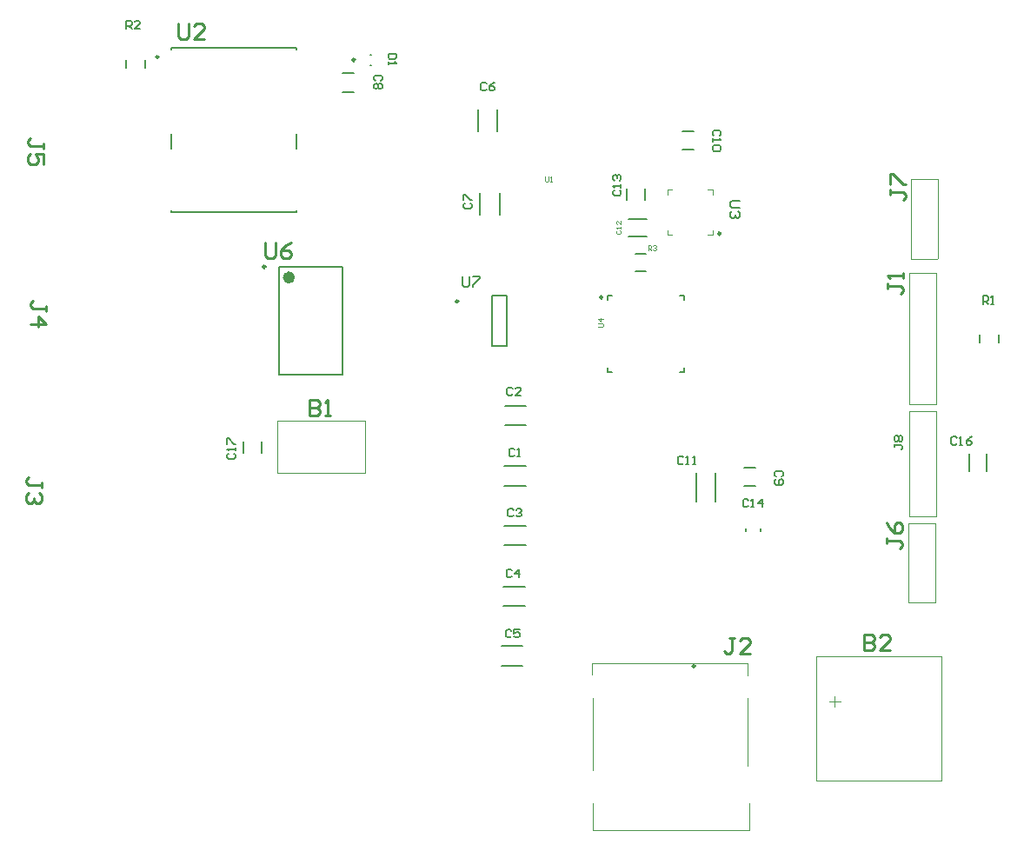
<source format=gbr>
%TF.GenerationSoftware,Altium Limited,Altium Designer,25.8.1 (18)*%
G04 Layer_Color=65535*
%FSLAX45Y45*%
%MOMM*%
%TF.SameCoordinates,56FEC790-4A4F-4F9A-8951-50DBF4044865*%
%TF.FilePolarity,Positive*%
%TF.FileFunction,Legend,Top*%
%TF.Part,Single*%
G01*
G75*
%TA.AperFunction,NonConductor*%
%ADD40C,0.25400*%
%ADD58C,0.25000*%
%ADD59C,0.60000*%
%ADD60C,0.10000*%
%ADD61C,0.20000*%
%ADD62C,0.18000*%
%ADD63C,0.15000*%
D40*
X10899608Y4658675D02*
X10848825D01*
X10874217D01*
Y4531717D01*
X10848825Y4506325D01*
X10823433D01*
X10798041Y4531717D01*
X11051959Y4506325D02*
X10950392D01*
X11051959Y4607892D01*
Y4633284D01*
X11026567Y4658675D01*
X10975784D01*
X10950392Y4633284D01*
X6333041Y8508675D02*
Y8381717D01*
X6358433Y8356325D01*
X6409217D01*
X6434608Y8381717D01*
Y8508675D01*
X6586959D02*
X6536175Y8483284D01*
X6485392Y8432500D01*
Y8381717D01*
X6510784Y8356325D01*
X6561567D01*
X6586959Y8381717D01*
Y8407108D01*
X6561567Y8432500D01*
X6485392D01*
X5483041Y10646176D02*
Y10519217D01*
X5508433Y10493825D01*
X5559217D01*
X5584609Y10519217D01*
Y10646176D01*
X5736959Y10493825D02*
X5635392D01*
X5736959Y10595392D01*
Y10620784D01*
X5711567Y10646176D01*
X5660784D01*
X5635392Y10620784D01*
X12416325Y9029608D02*
Y8978825D01*
Y9004216D01*
X12543284D01*
X12568675Y8978825D01*
Y8953433D01*
X12543284Y8928041D01*
X12416325Y9080392D02*
Y9181959D01*
X12441717D01*
X12543284Y9080392D01*
X12568675D01*
X12386324Y5634608D02*
Y5583824D01*
Y5609216D01*
X12513283D01*
X12538675Y5583824D01*
Y5558433D01*
X12513283Y5533041D01*
X12386324Y5786959D02*
X12411716Y5736175D01*
X12462500Y5685392D01*
X12513283D01*
X12538675Y5710784D01*
Y5761567D01*
X12513283Y5786959D01*
X12487892D01*
X12462500Y5761567D01*
Y5685392D01*
X4173675Y9425392D02*
Y9476175D01*
Y9450783D01*
X4046717D01*
X4021325Y9476175D01*
Y9501567D01*
X4046717Y9526959D01*
X4173675Y9273041D02*
Y9374608D01*
X4097500D01*
X4122892Y9323825D01*
Y9298433D01*
X4097500Y9273041D01*
X4046717D01*
X4021325Y9298433D01*
Y9349216D01*
X4046717Y9374608D01*
X4198675Y7847891D02*
Y7898675D01*
Y7873283D01*
X4071717D01*
X4046325Y7898675D01*
Y7924067D01*
X4071717Y7949459D01*
X4046325Y7720932D02*
X4198675D01*
X4122500Y7797108D01*
Y7695541D01*
X4151175Y6125392D02*
Y6176175D01*
Y6150783D01*
X4024216D01*
X3998825Y6176175D01*
Y6201567D01*
X4024216Y6226959D01*
X4125783Y6074608D02*
X4151175Y6049216D01*
Y5998433D01*
X4125783Y5973041D01*
X4100392D01*
X4075000Y5998433D01*
Y6023825D01*
Y5998433D01*
X4049608Y5973041D01*
X4024216D01*
X3998825Y5998433D01*
Y6049216D01*
X4024216Y6074608D01*
X12391324Y8112500D02*
Y8061716D01*
Y8087108D01*
X12518283D01*
X12543675Y8061716D01*
Y8036325D01*
X12518283Y8010933D01*
X12543675Y8163283D02*
Y8214067D01*
Y8188675D01*
X12391324D01*
X12416716Y8163283D01*
X12163041Y4693675D02*
Y4541325D01*
X12239217D01*
X12264608Y4566717D01*
Y4592108D01*
X12239217Y4617500D01*
X12163041D01*
X12239217D01*
X12264608Y4642892D01*
Y4668284D01*
X12239217Y4693675D01*
X12163041D01*
X12416959Y4541325D02*
X12315392D01*
X12416959Y4642892D01*
Y4668284D01*
X12391567Y4693675D01*
X12340784D01*
X12315392Y4668284D01*
X6765933Y6983675D02*
Y6831325D01*
X6842108D01*
X6867500Y6856717D01*
Y6882108D01*
X6842108Y6907500D01*
X6765933D01*
X6842108D01*
X6867500Y6932892D01*
Y6958284D01*
X6842108Y6983675D01*
X6765933D01*
X6918284Y6831325D02*
X6969067D01*
X6943676D01*
Y6983675D01*
X6918284Y6958284D01*
D58*
X10767500Y8600000D02*
G03*
X10767500Y8600000I-12500J0D01*
G01*
X9617500Y7980000D02*
G03*
X9617500Y7980000I-12500J0D01*
G01*
X10517100Y4388325D02*
G03*
X10517100Y4388325I-12500J0D01*
G01*
X8211894Y7940500D02*
G03*
X8211894Y7940500I-12500J0D01*
G01*
X6335000Y8277000D02*
G03*
X6335000Y8277000I-12500J0D01*
G01*
X7205000Y10292500D02*
G03*
X7205000Y10292500I-12500J0D01*
G01*
X5293200Y10321201D02*
G03*
X5293200Y10321201I-12500J0D01*
G01*
D59*
X6592500Y8172500D02*
G03*
X6592500Y8172500I-30000J0D01*
G01*
D60*
X10642500Y9025000D02*
X10690000D01*
Y8977500D02*
Y9025000D01*
X10250000D02*
X10297500D01*
X10250000Y8977500D02*
Y9025000D01*
Y8585000D02*
Y8632500D01*
Y8585000D02*
X10297500D01*
X10642500D02*
X10690000D01*
Y8632500D01*
X11043700Y2788550D02*
Y3050825D01*
X9520450Y2788550D02*
Y3050825D01*
Y2788550D02*
X11043700D01*
X9523700Y3373300D02*
Y4073300D01*
X9513700Y4303300D02*
Y4413300D01*
X11033700D01*
Y3413300D02*
Y4073300D01*
Y4293300D02*
Y4413300D01*
X12880385Y8357546D02*
Y9132546D01*
X12622885D02*
X12880385D01*
X12622885Y8355046D02*
Y9132546D01*
Y8355046D02*
X12877885D01*
X12880385Y8357546D01*
X7302500Y6265000D02*
Y6777500D01*
X6452500Y6265000D02*
X7302500D01*
X6452500D02*
Y6780000D01*
X7300000D01*
X11702500Y3275000D02*
X11707500Y3270000D01*
X11702500Y3275000D02*
Y4485000D01*
X12914999D01*
Y3270000D02*
Y4485000D01*
X11707500Y3270000D02*
X12914999D01*
X11827500Y4045000D02*
X11935000D01*
X11880000Y3995000D02*
Y4092500D01*
X12857500Y5006000D02*
Y5781000D01*
X12600000D02*
X12857500D01*
X12600000Y5003500D02*
Y5781000D01*
Y5003500D02*
X12855000D01*
X12857500Y5006000D01*
X12863792Y6937357D02*
Y8212357D01*
X12606293Y6937357D02*
X12863792D01*
X12606293D02*
Y8212357D01*
X12863792D01*
X12607500Y5845500D02*
X12867500D01*
Y6870500D01*
X12607500D02*
X12867500D01*
X12607500Y5845500D02*
Y6870500D01*
X9575008Y7693347D02*
X9616661D01*
X9624992Y7701678D01*
Y7718339D01*
X9616661Y7726670D01*
X9575008D01*
X9624992Y7768323D02*
X9575008D01*
X9600000Y7743331D01*
Y7776653D01*
X9054178Y9154992D02*
Y9113339D01*
X9062508Y9105008D01*
X9079170D01*
X9087500Y9113339D01*
Y9154992D01*
X9104161Y9105008D02*
X9120822D01*
X9112492D01*
Y9154992D01*
X9104161Y9146661D01*
X10060847Y8435008D02*
Y8484992D01*
X10085839D01*
X10094170Y8476661D01*
Y8460000D01*
X10085839Y8451669D01*
X10060847D01*
X10077508D02*
X10094170Y8435008D01*
X10110831Y8476661D02*
X10119161Y8484992D01*
X10135823D01*
X10144153Y8476661D01*
Y8468331D01*
X10135823Y8460000D01*
X10127492D01*
X10135823D01*
X10144153Y8451669D01*
Y8443339D01*
X10135823Y8435008D01*
X10119161D01*
X10110831Y8443339D01*
X9755838Y8630843D02*
X9747508Y8622512D01*
Y8605851D01*
X9755838Y8597521D01*
X9789161D01*
X9797491Y8605851D01*
Y8622512D01*
X9789161Y8630843D01*
X9797491Y8647504D02*
Y8664165D01*
Y8655835D01*
X9747508D01*
X9755838Y8647504D01*
X9797491Y8722480D02*
Y8689157D01*
X9764169Y8722480D01*
X9755838D01*
X9747508Y8714149D01*
Y8697488D01*
X9755838Y8689157D01*
D61*
X9670000Y7255000D02*
X9712501D01*
X9670000D02*
Y7297500D01*
X10367500Y7255000D02*
X10410001D01*
Y7297500D01*
Y7952500D02*
Y7995000D01*
X10367500D02*
X10410001D01*
X9670000D02*
X9712501D01*
X9670000Y7952500D02*
Y7995000D01*
X9937695Y8235000D02*
X10042306D01*
X9937695Y8405000D02*
X10042306D01*
X9871967Y8742800D02*
X10046967D01*
X9872500Y8572500D02*
X10047500D01*
X10531893Y5989393D02*
Y6270606D01*
X10713107Y5989393D02*
Y6270606D01*
X8537101Y7505000D02*
Y7995000D01*
Y7505000D02*
X8682900D01*
Y7995000D01*
X8537101D02*
X8682900D01*
X6462500Y7222500D02*
Y8272500D01*
X7082500Y7222500D02*
Y8272500D01*
X6462500D02*
X7082500D01*
X6462500Y7222500D02*
X7082500D01*
X10995000Y6142500D02*
X11105000D01*
X10995000Y6322500D02*
X11105000D01*
X5162911Y10212627D02*
Y10287374D01*
X4977089Y10212627D02*
Y10287374D01*
X7357500Y10337500D02*
X7362500D01*
X7357500Y10242500D02*
X7362500D01*
X10392500Y9600000D02*
X10502500D01*
X10392500Y9420000D02*
X10502500D01*
X8595310Y9595311D02*
Y9804690D01*
X8404690Y9595311D02*
Y9804690D01*
X6297500Y6460000D02*
Y6570000D01*
X6117500Y6460000D02*
Y6570000D01*
X11012500Y5702500D02*
Y5727500D01*
X11157500Y5702500D02*
Y5727500D01*
X9850000Y8925000D02*
Y9035000D01*
X10030000Y8925000D02*
Y9035000D01*
X13472911Y7542627D02*
Y7617374D01*
X13287090Y7542627D02*
Y7617374D01*
X13185001Y6282500D02*
Y6457500D01*
X13355299Y6283033D02*
Y6458034D01*
X8615310Y8785310D02*
Y8994690D01*
X8424690Y8785310D02*
Y8994690D01*
X5420000Y9430000D02*
Y9570000D01*
X6640000Y9430000D02*
Y9570000D01*
X6640000Y8810001D02*
Y8830001D01*
X5420000Y8810001D02*
Y8830001D01*
Y8810001D02*
X6640000D01*
Y10390000D02*
Y10410001D01*
X5420000D02*
X6640000D01*
X5420000Y10390000D02*
Y10410001D01*
X7085000Y10160001D02*
X7195000D01*
X7085000Y9980000D02*
X7195000D01*
X8631374Y4392694D02*
X8840754D01*
X8631374Y4583314D02*
X8840754D01*
X8663874Y6732694D02*
X8873254D01*
X8663874Y6923314D02*
X8873254D01*
X8661374Y6142694D02*
X8870754D01*
X8661374Y6333314D02*
X8870754D01*
X8661374Y5562694D02*
X8870754D01*
X8661374Y5753314D02*
X8870754D01*
X8651374Y4972694D02*
X8860754D01*
X8651374Y5163314D02*
X8860754D01*
X10957484Y8918306D02*
X10874177D01*
X10857516Y8901645D01*
Y8868322D01*
X10874177Y8851661D01*
X10957484D01*
X10940822Y8818338D02*
X10957484Y8801677D01*
Y8768355D01*
X10940822Y8751693D01*
X10924161D01*
X10907500Y8768355D01*
Y8785016D01*
Y8768355D01*
X10890838Y8751693D01*
X10874177D01*
X10857516Y8768355D01*
Y8801677D01*
X10874177Y8818338D01*
D62*
X8254194Y8184984D02*
Y8101677D01*
X8270855Y8085016D01*
X8304177D01*
X8320839Y8101677D01*
Y8184984D01*
X8354161D02*
X8420806D01*
Y8168322D01*
X8354161Y8101677D01*
Y8085016D01*
D63*
X4978355Y10595013D02*
Y10674987D01*
X5018342D01*
X5031671Y10661658D01*
Y10635000D01*
X5018342Y10621671D01*
X4978355D01*
X5005013D02*
X5031671Y10595013D01*
X5111645D02*
X5058329D01*
X5111645Y10648329D01*
Y10661658D01*
X5098316Y10674987D01*
X5071658D01*
X5058329Y10661658D01*
X13321684Y7912513D02*
Y7992487D01*
X13361671D01*
X13375000Y7979158D01*
Y7952500D01*
X13361671Y7939171D01*
X13321684D01*
X13348341D02*
X13375000Y7912513D01*
X13401659D02*
X13428316D01*
X13414987D01*
Y7992487D01*
X13401659Y7979158D01*
X12460013Y6549171D02*
Y6522513D01*
Y6535842D01*
X12526658D01*
X12539987Y6522513D01*
Y6509184D01*
X12526658Y6495855D01*
X12473342Y6575829D02*
X12460013Y6589158D01*
Y6615816D01*
X12473342Y6629145D01*
X12486671D01*
X12500000Y6615816D01*
X12513329Y6629145D01*
X12526658D01*
X12539987Y6615816D01*
Y6589158D01*
X12526658Y6575829D01*
X12513329D01*
X12500000Y6589158D01*
X12486671Y6575829D01*
X12473342D01*
X12500000Y6589158D02*
Y6615816D01*
X7609987Y10353316D02*
X7530013D01*
Y10313329D01*
X7543342Y10300000D01*
X7596658D01*
X7609987Y10313329D01*
Y10353316D01*
X7530013Y10273342D02*
Y10246684D01*
Y10260013D01*
X7609987D01*
X7596658Y10273342D01*
X5973341Y6458349D02*
X5960012Y6445020D01*
Y6418362D01*
X5973341Y6405032D01*
X6026657D01*
X6039987Y6418362D01*
Y6445020D01*
X6026657Y6458349D01*
X6039987Y6485007D02*
Y6511665D01*
Y6498336D01*
X5960012D01*
X5973341Y6485007D01*
X5960012Y6551652D02*
Y6604968D01*
X5973341D01*
X6026657Y6551652D01*
X6039987D01*
X13068349Y6609158D02*
X13055019Y6622487D01*
X13028362D01*
X13015031Y6609158D01*
Y6555842D01*
X13028362Y6542513D01*
X13055019D01*
X13068349Y6555842D01*
X13095006Y6542513D02*
X13121664D01*
X13108334D01*
Y6622487D01*
X13095006Y6609158D01*
X13214967Y6622487D02*
X13188310Y6609158D01*
X13161652Y6582500D01*
Y6555842D01*
X13174982Y6542513D01*
X13201639D01*
X13214967Y6555842D01*
Y6569171D01*
X13201639Y6582500D01*
X13161652D01*
X11038348Y6001658D02*
X11025019Y6014987D01*
X10998361D01*
X10985032Y6001658D01*
Y5948342D01*
X10998361Y5935013D01*
X11025019D01*
X11038348Y5948342D01*
X11065006Y5935013D02*
X11091664D01*
X11078335D01*
Y6014987D01*
X11065006Y6001658D01*
X11171639Y5935013D02*
Y6014987D01*
X11131652Y5975000D01*
X11184968D01*
X9730842Y9023348D02*
X9717513Y9010019D01*
Y8983361D01*
X9730842Y8970032D01*
X9784158D01*
X9797487Y8983361D01*
Y9010019D01*
X9784158Y9023348D01*
X9797487Y9050006D02*
Y9076664D01*
Y9063335D01*
X9717513D01*
X9730842Y9050006D01*
Y9116652D02*
X9717513Y9129981D01*
Y9156639D01*
X9730842Y9169968D01*
X9744171D01*
X9757500Y9156639D01*
Y9143310D01*
Y9156639D01*
X9770829Y9169968D01*
X9784158D01*
X9797487Y9156639D01*
Y9129981D01*
X9784158Y9116652D01*
X10404178Y6419158D02*
X10390849Y6432487D01*
X10364191D01*
X10350861Y6419158D01*
Y6365842D01*
X10364191Y6352513D01*
X10390849D01*
X10404178Y6365842D01*
X10430836Y6352513D02*
X10457494D01*
X10444165D01*
Y6432487D01*
X10430836Y6419158D01*
X10497481Y6352513D02*
X10524139D01*
X10510810D01*
Y6432487D01*
X10497481Y6419158D01*
X10756658Y9551651D02*
X10769987Y9564980D01*
Y9591638D01*
X10756658Y9604968D01*
X10703342D01*
X10690013Y9591638D01*
Y9564980D01*
X10703342Y9551651D01*
X10690013Y9524993D02*
Y9498335D01*
Y9511664D01*
X10769987D01*
X10756658Y9524993D01*
Y9458348D02*
X10769987Y9445019D01*
Y9418361D01*
X10756658Y9405032D01*
X10703342D01*
X10690013Y9418361D01*
Y9445019D01*
X10703342Y9458348D01*
X10756658D01*
X11361658Y6233329D02*
X11374987Y6246658D01*
Y6273316D01*
X11361658Y6286645D01*
X11308342D01*
X11295013Y6273316D01*
Y6246658D01*
X11308342Y6233329D01*
Y6206671D02*
X11295013Y6193342D01*
Y6166684D01*
X11308342Y6153355D01*
X11361658D01*
X11374987Y6166684D01*
Y6193342D01*
X11361658Y6206671D01*
X11348329D01*
X11335000Y6193342D01*
Y6153355D01*
X7456658Y10088329D02*
X7469987Y10101658D01*
Y10128316D01*
X7456658Y10141645D01*
X7403342D01*
X7390013Y10128316D01*
Y10101658D01*
X7403342Y10088329D01*
X7456658Y10061671D02*
X7469987Y10048342D01*
Y10021684D01*
X7456658Y10008355D01*
X7443329D01*
X7430000Y10021684D01*
X7416671Y10008355D01*
X7403342D01*
X7390013Y10021684D01*
Y10048342D01*
X7403342Y10061671D01*
X7416671D01*
X7430000Y10048342D01*
X7443329Y10061671D01*
X7456658D01*
X7430000Y10048342D02*
Y10021684D01*
X8278342Y8896671D02*
X8265013Y8883342D01*
Y8856684D01*
X8278342Y8843355D01*
X8331658D01*
X8344987Y8856684D01*
Y8883342D01*
X8331658Y8896671D01*
X8265013Y8923329D02*
Y8976645D01*
X8278342D01*
X8331658Y8923329D01*
X8344987D01*
X8486671Y10059158D02*
X8473342Y10072487D01*
X8446684D01*
X8433355Y10059158D01*
Y10005842D01*
X8446684Y9992513D01*
X8473342D01*
X8486671Y10005842D01*
X8566645Y10072487D02*
X8539987Y10059158D01*
X8513329Y10032500D01*
Y10005842D01*
X8526658Y9992513D01*
X8553316D01*
X8566645Y10005842D01*
Y10019171D01*
X8553316Y10032500D01*
X8513329D01*
X8729171Y4731658D02*
X8715842Y4744987D01*
X8689184D01*
X8675855Y4731658D01*
Y4678342D01*
X8689184Y4665013D01*
X8715842D01*
X8729171Y4678342D01*
X8809145Y4744987D02*
X8755829D01*
Y4705000D01*
X8782487Y4718329D01*
X8795816D01*
X8809145Y4705000D01*
Y4678342D01*
X8795816Y4665013D01*
X8769158D01*
X8755829Y4678342D01*
X8734171Y5316658D02*
X8720842Y5329987D01*
X8694184D01*
X8680855Y5316658D01*
Y5263342D01*
X8694184Y5250013D01*
X8720842D01*
X8734171Y5263342D01*
X8800816Y5250013D02*
Y5329987D01*
X8760829Y5290000D01*
X8814145D01*
X8749171Y5909158D02*
X8735842Y5922487D01*
X8709184D01*
X8695855Y5909158D01*
Y5855842D01*
X8709184Y5842513D01*
X8735842D01*
X8749171Y5855842D01*
X8775829Y5909158D02*
X8789158Y5922487D01*
X8815816D01*
X8829145Y5909158D01*
Y5895829D01*
X8815816Y5882500D01*
X8802487D01*
X8815816D01*
X8829145Y5869171D01*
Y5855842D01*
X8815816Y5842513D01*
X8789158D01*
X8775829Y5855842D01*
X8741671Y7089158D02*
X8728342Y7102487D01*
X8701684D01*
X8688355Y7089158D01*
Y7035842D01*
X8701684Y7022513D01*
X8728342D01*
X8741671Y7035842D01*
X8821645Y7022513D02*
X8768329D01*
X8821645Y7075829D01*
Y7089158D01*
X8808316Y7102487D01*
X8781658D01*
X8768329Y7089158D01*
X8760000Y6494158D02*
X8746671Y6507487D01*
X8720013D01*
X8706684Y6494158D01*
Y6440842D01*
X8720013Y6427513D01*
X8746671D01*
X8760000Y6440842D01*
X8786658Y6427513D02*
X8813316D01*
X8799987D01*
Y6507487D01*
X8786658Y6494158D01*
%TF.MD5,ad3d13fefb311a8a6f09e069a517aa09*%
M02*

</source>
